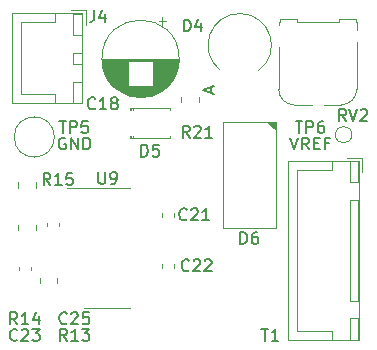
<source format=gbr>
%TF.GenerationSoftware,KiCad,Pcbnew,7.0.9-7.0.9~ubuntu22.04.1*%
%TF.CreationDate,2023-12-14T14:14:35+03:00*%
%TF.ProjectId,main-module,6d61696e-2d6d-46f6-9475-6c652e6b6963,rev?*%
%TF.SameCoordinates,Original*%
%TF.FileFunction,Legend,Top*%
%TF.FilePolarity,Positive*%
%FSLAX46Y46*%
G04 Gerber Fmt 4.6, Leading zero omitted, Abs format (unit mm)*
G04 Created by KiCad (PCBNEW 7.0.9-7.0.9~ubuntu22.04.1) date 2023-12-14 14:14:35*
%MOMM*%
%LPD*%
G01*
G04 APERTURE LIST*
%ADD10C,0.150000*%
%ADD11C,0.120000*%
G04 APERTURE END LIST*
D10*
X166788095Y-87342319D02*
X167359523Y-87342319D01*
X167073809Y-88342319D02*
X167073809Y-87342319D01*
X168216666Y-88342319D02*
X167645238Y-88342319D01*
X167930952Y-88342319D02*
X167930952Y-87342319D01*
X167930952Y-87342319D02*
X167835714Y-87485176D01*
X167835714Y-87485176D02*
X167740476Y-87580414D01*
X167740476Y-87580414D02*
X167645238Y-87628033D01*
X146107142Y-88247080D02*
X146059523Y-88294700D01*
X146059523Y-88294700D02*
X145916666Y-88342319D01*
X145916666Y-88342319D02*
X145821428Y-88342319D01*
X145821428Y-88342319D02*
X145678571Y-88294700D01*
X145678571Y-88294700D02*
X145583333Y-88199461D01*
X145583333Y-88199461D02*
X145535714Y-88104223D01*
X145535714Y-88104223D02*
X145488095Y-87913747D01*
X145488095Y-87913747D02*
X145488095Y-87770890D01*
X145488095Y-87770890D02*
X145535714Y-87580414D01*
X145535714Y-87580414D02*
X145583333Y-87485176D01*
X145583333Y-87485176D02*
X145678571Y-87389938D01*
X145678571Y-87389938D02*
X145821428Y-87342319D01*
X145821428Y-87342319D02*
X145916666Y-87342319D01*
X145916666Y-87342319D02*
X146059523Y-87389938D01*
X146059523Y-87389938D02*
X146107142Y-87437557D01*
X146488095Y-87437557D02*
X146535714Y-87389938D01*
X146535714Y-87389938D02*
X146630952Y-87342319D01*
X146630952Y-87342319D02*
X146869047Y-87342319D01*
X146869047Y-87342319D02*
X146964285Y-87389938D01*
X146964285Y-87389938D02*
X147011904Y-87437557D01*
X147011904Y-87437557D02*
X147059523Y-87532795D01*
X147059523Y-87532795D02*
X147059523Y-87628033D01*
X147059523Y-87628033D02*
X147011904Y-87770890D01*
X147011904Y-87770890D02*
X146440476Y-88342319D01*
X146440476Y-88342319D02*
X147059523Y-88342319D01*
X147392857Y-87342319D02*
X148011904Y-87342319D01*
X148011904Y-87342319D02*
X147678571Y-87723271D01*
X147678571Y-87723271D02*
X147821428Y-87723271D01*
X147821428Y-87723271D02*
X147916666Y-87770890D01*
X147916666Y-87770890D02*
X147964285Y-87818509D01*
X147964285Y-87818509D02*
X148011904Y-87913747D01*
X148011904Y-87913747D02*
X148011904Y-88151842D01*
X148011904Y-88151842D02*
X147964285Y-88247080D01*
X147964285Y-88247080D02*
X147916666Y-88294700D01*
X147916666Y-88294700D02*
X147821428Y-88342319D01*
X147821428Y-88342319D02*
X147535714Y-88342319D01*
X147535714Y-88342319D02*
X147440476Y-88294700D01*
X147440476Y-88294700D02*
X147392857Y-88247080D01*
X160211905Y-62142319D02*
X160211905Y-61142319D01*
X160211905Y-61142319D02*
X160450000Y-61142319D01*
X160450000Y-61142319D02*
X160592857Y-61189938D01*
X160592857Y-61189938D02*
X160688095Y-61285176D01*
X160688095Y-61285176D02*
X160735714Y-61380414D01*
X160735714Y-61380414D02*
X160783333Y-61570890D01*
X160783333Y-61570890D02*
X160783333Y-61713747D01*
X160783333Y-61713747D02*
X160735714Y-61904223D01*
X160735714Y-61904223D02*
X160688095Y-61999461D01*
X160688095Y-61999461D02*
X160592857Y-62094700D01*
X160592857Y-62094700D02*
X160450000Y-62142319D01*
X160450000Y-62142319D02*
X160211905Y-62142319D01*
X161640476Y-61475652D02*
X161640476Y-62142319D01*
X161402381Y-61094700D02*
X161164286Y-61808985D01*
X161164286Y-61808985D02*
X161783333Y-61808985D01*
X162519104Y-67363094D02*
X162519104Y-66886904D01*
X162804819Y-67458332D02*
X161804819Y-67124999D01*
X161804819Y-67124999D02*
X162804819Y-66791666D01*
X173954761Y-69742319D02*
X173621428Y-69266128D01*
X173383333Y-69742319D02*
X173383333Y-68742319D01*
X173383333Y-68742319D02*
X173764285Y-68742319D01*
X173764285Y-68742319D02*
X173859523Y-68789938D01*
X173859523Y-68789938D02*
X173907142Y-68837557D01*
X173907142Y-68837557D02*
X173954761Y-68932795D01*
X173954761Y-68932795D02*
X173954761Y-69075652D01*
X173954761Y-69075652D02*
X173907142Y-69170890D01*
X173907142Y-69170890D02*
X173859523Y-69218509D01*
X173859523Y-69218509D02*
X173764285Y-69266128D01*
X173764285Y-69266128D02*
X173383333Y-69266128D01*
X174240476Y-68742319D02*
X174573809Y-69742319D01*
X174573809Y-69742319D02*
X174907142Y-68742319D01*
X175192857Y-68837557D02*
X175240476Y-68789938D01*
X175240476Y-68789938D02*
X175335714Y-68742319D01*
X175335714Y-68742319D02*
X175573809Y-68742319D01*
X175573809Y-68742319D02*
X175669047Y-68789938D01*
X175669047Y-68789938D02*
X175716666Y-68837557D01*
X175716666Y-68837557D02*
X175764285Y-68932795D01*
X175764285Y-68932795D02*
X175764285Y-69028033D01*
X175764285Y-69028033D02*
X175716666Y-69170890D01*
X175716666Y-69170890D02*
X175145238Y-69742319D01*
X175145238Y-69742319D02*
X175764285Y-69742319D01*
X146107142Y-86942319D02*
X145773809Y-86466128D01*
X145535714Y-86942319D02*
X145535714Y-85942319D01*
X145535714Y-85942319D02*
X145916666Y-85942319D01*
X145916666Y-85942319D02*
X146011904Y-85989938D01*
X146011904Y-85989938D02*
X146059523Y-86037557D01*
X146059523Y-86037557D02*
X146107142Y-86132795D01*
X146107142Y-86132795D02*
X146107142Y-86275652D01*
X146107142Y-86275652D02*
X146059523Y-86370890D01*
X146059523Y-86370890D02*
X146011904Y-86418509D01*
X146011904Y-86418509D02*
X145916666Y-86466128D01*
X145916666Y-86466128D02*
X145535714Y-86466128D01*
X147059523Y-86942319D02*
X146488095Y-86942319D01*
X146773809Y-86942319D02*
X146773809Y-85942319D01*
X146773809Y-85942319D02*
X146678571Y-86085176D01*
X146678571Y-86085176D02*
X146583333Y-86180414D01*
X146583333Y-86180414D02*
X146488095Y-86228033D01*
X147916666Y-86275652D02*
X147916666Y-86942319D01*
X147678571Y-85894700D02*
X147440476Y-86608985D01*
X147440476Y-86608985D02*
X148059523Y-86608985D01*
X152707142Y-68647080D02*
X152659523Y-68694700D01*
X152659523Y-68694700D02*
X152516666Y-68742319D01*
X152516666Y-68742319D02*
X152421428Y-68742319D01*
X152421428Y-68742319D02*
X152278571Y-68694700D01*
X152278571Y-68694700D02*
X152183333Y-68599461D01*
X152183333Y-68599461D02*
X152135714Y-68504223D01*
X152135714Y-68504223D02*
X152088095Y-68313747D01*
X152088095Y-68313747D02*
X152088095Y-68170890D01*
X152088095Y-68170890D02*
X152135714Y-67980414D01*
X152135714Y-67980414D02*
X152183333Y-67885176D01*
X152183333Y-67885176D02*
X152278571Y-67789938D01*
X152278571Y-67789938D02*
X152421428Y-67742319D01*
X152421428Y-67742319D02*
X152516666Y-67742319D01*
X152516666Y-67742319D02*
X152659523Y-67789938D01*
X152659523Y-67789938D02*
X152707142Y-67837557D01*
X153659523Y-68742319D02*
X153088095Y-68742319D01*
X153373809Y-68742319D02*
X153373809Y-67742319D01*
X153373809Y-67742319D02*
X153278571Y-67885176D01*
X153278571Y-67885176D02*
X153183333Y-67980414D01*
X153183333Y-67980414D02*
X153088095Y-68028033D01*
X154230952Y-68170890D02*
X154135714Y-68123271D01*
X154135714Y-68123271D02*
X154088095Y-68075652D01*
X154088095Y-68075652D02*
X154040476Y-67980414D01*
X154040476Y-67980414D02*
X154040476Y-67932795D01*
X154040476Y-67932795D02*
X154088095Y-67837557D01*
X154088095Y-67837557D02*
X154135714Y-67789938D01*
X154135714Y-67789938D02*
X154230952Y-67742319D01*
X154230952Y-67742319D02*
X154421428Y-67742319D01*
X154421428Y-67742319D02*
X154516666Y-67789938D01*
X154516666Y-67789938D02*
X154564285Y-67837557D01*
X154564285Y-67837557D02*
X154611904Y-67932795D01*
X154611904Y-67932795D02*
X154611904Y-67980414D01*
X154611904Y-67980414D02*
X154564285Y-68075652D01*
X154564285Y-68075652D02*
X154516666Y-68123271D01*
X154516666Y-68123271D02*
X154421428Y-68170890D01*
X154421428Y-68170890D02*
X154230952Y-68170890D01*
X154230952Y-68170890D02*
X154135714Y-68218509D01*
X154135714Y-68218509D02*
X154088095Y-68266128D01*
X154088095Y-68266128D02*
X154040476Y-68361366D01*
X154040476Y-68361366D02*
X154040476Y-68551842D01*
X154040476Y-68551842D02*
X154088095Y-68647080D01*
X154088095Y-68647080D02*
X154135714Y-68694700D01*
X154135714Y-68694700D02*
X154230952Y-68742319D01*
X154230952Y-68742319D02*
X154421428Y-68742319D01*
X154421428Y-68742319D02*
X154516666Y-68694700D01*
X154516666Y-68694700D02*
X154564285Y-68647080D01*
X154564285Y-68647080D02*
X154611904Y-68551842D01*
X154611904Y-68551842D02*
X154611904Y-68361366D01*
X154611904Y-68361366D02*
X154564285Y-68266128D01*
X154564285Y-68266128D02*
X154516666Y-68218509D01*
X154516666Y-68218509D02*
X154421428Y-68170890D01*
X150307142Y-86847080D02*
X150259523Y-86894700D01*
X150259523Y-86894700D02*
X150116666Y-86942319D01*
X150116666Y-86942319D02*
X150021428Y-86942319D01*
X150021428Y-86942319D02*
X149878571Y-86894700D01*
X149878571Y-86894700D02*
X149783333Y-86799461D01*
X149783333Y-86799461D02*
X149735714Y-86704223D01*
X149735714Y-86704223D02*
X149688095Y-86513747D01*
X149688095Y-86513747D02*
X149688095Y-86370890D01*
X149688095Y-86370890D02*
X149735714Y-86180414D01*
X149735714Y-86180414D02*
X149783333Y-86085176D01*
X149783333Y-86085176D02*
X149878571Y-85989938D01*
X149878571Y-85989938D02*
X150021428Y-85942319D01*
X150021428Y-85942319D02*
X150116666Y-85942319D01*
X150116666Y-85942319D02*
X150259523Y-85989938D01*
X150259523Y-85989938D02*
X150307142Y-86037557D01*
X150688095Y-86037557D02*
X150735714Y-85989938D01*
X150735714Y-85989938D02*
X150830952Y-85942319D01*
X150830952Y-85942319D02*
X151069047Y-85942319D01*
X151069047Y-85942319D02*
X151164285Y-85989938D01*
X151164285Y-85989938D02*
X151211904Y-86037557D01*
X151211904Y-86037557D02*
X151259523Y-86132795D01*
X151259523Y-86132795D02*
X151259523Y-86228033D01*
X151259523Y-86228033D02*
X151211904Y-86370890D01*
X151211904Y-86370890D02*
X150640476Y-86942319D01*
X150640476Y-86942319D02*
X151259523Y-86942319D01*
X152164285Y-85942319D02*
X151688095Y-85942319D01*
X151688095Y-85942319D02*
X151640476Y-86418509D01*
X151640476Y-86418509D02*
X151688095Y-86370890D01*
X151688095Y-86370890D02*
X151783333Y-86323271D01*
X151783333Y-86323271D02*
X152021428Y-86323271D01*
X152021428Y-86323271D02*
X152116666Y-86370890D01*
X152116666Y-86370890D02*
X152164285Y-86418509D01*
X152164285Y-86418509D02*
X152211904Y-86513747D01*
X152211904Y-86513747D02*
X152211904Y-86751842D01*
X152211904Y-86751842D02*
X152164285Y-86847080D01*
X152164285Y-86847080D02*
X152116666Y-86894700D01*
X152116666Y-86894700D02*
X152021428Y-86942319D01*
X152021428Y-86942319D02*
X151783333Y-86942319D01*
X151783333Y-86942319D02*
X151688095Y-86894700D01*
X151688095Y-86894700D02*
X151640476Y-86847080D01*
X160707142Y-71142319D02*
X160373809Y-70666128D01*
X160135714Y-71142319D02*
X160135714Y-70142319D01*
X160135714Y-70142319D02*
X160516666Y-70142319D01*
X160516666Y-70142319D02*
X160611904Y-70189938D01*
X160611904Y-70189938D02*
X160659523Y-70237557D01*
X160659523Y-70237557D02*
X160707142Y-70332795D01*
X160707142Y-70332795D02*
X160707142Y-70475652D01*
X160707142Y-70475652D02*
X160659523Y-70570890D01*
X160659523Y-70570890D02*
X160611904Y-70618509D01*
X160611904Y-70618509D02*
X160516666Y-70666128D01*
X160516666Y-70666128D02*
X160135714Y-70666128D01*
X161088095Y-70237557D02*
X161135714Y-70189938D01*
X161135714Y-70189938D02*
X161230952Y-70142319D01*
X161230952Y-70142319D02*
X161469047Y-70142319D01*
X161469047Y-70142319D02*
X161564285Y-70189938D01*
X161564285Y-70189938D02*
X161611904Y-70237557D01*
X161611904Y-70237557D02*
X161659523Y-70332795D01*
X161659523Y-70332795D02*
X161659523Y-70428033D01*
X161659523Y-70428033D02*
X161611904Y-70570890D01*
X161611904Y-70570890D02*
X161040476Y-71142319D01*
X161040476Y-71142319D02*
X161659523Y-71142319D01*
X162611904Y-71142319D02*
X162040476Y-71142319D01*
X162326190Y-71142319D02*
X162326190Y-70142319D01*
X162326190Y-70142319D02*
X162230952Y-70285176D01*
X162230952Y-70285176D02*
X162135714Y-70380414D01*
X162135714Y-70380414D02*
X162040476Y-70428033D01*
X148907142Y-75142319D02*
X148573809Y-74666128D01*
X148335714Y-75142319D02*
X148335714Y-74142319D01*
X148335714Y-74142319D02*
X148716666Y-74142319D01*
X148716666Y-74142319D02*
X148811904Y-74189938D01*
X148811904Y-74189938D02*
X148859523Y-74237557D01*
X148859523Y-74237557D02*
X148907142Y-74332795D01*
X148907142Y-74332795D02*
X148907142Y-74475652D01*
X148907142Y-74475652D02*
X148859523Y-74570890D01*
X148859523Y-74570890D02*
X148811904Y-74618509D01*
X148811904Y-74618509D02*
X148716666Y-74666128D01*
X148716666Y-74666128D02*
X148335714Y-74666128D01*
X149859523Y-75142319D02*
X149288095Y-75142319D01*
X149573809Y-75142319D02*
X149573809Y-74142319D01*
X149573809Y-74142319D02*
X149478571Y-74285176D01*
X149478571Y-74285176D02*
X149383333Y-74380414D01*
X149383333Y-74380414D02*
X149288095Y-74428033D01*
X150764285Y-74142319D02*
X150288095Y-74142319D01*
X150288095Y-74142319D02*
X150240476Y-74618509D01*
X150240476Y-74618509D02*
X150288095Y-74570890D01*
X150288095Y-74570890D02*
X150383333Y-74523271D01*
X150383333Y-74523271D02*
X150621428Y-74523271D01*
X150621428Y-74523271D02*
X150716666Y-74570890D01*
X150716666Y-74570890D02*
X150764285Y-74618509D01*
X150764285Y-74618509D02*
X150811904Y-74713747D01*
X150811904Y-74713747D02*
X150811904Y-74951842D01*
X150811904Y-74951842D02*
X150764285Y-75047080D01*
X150764285Y-75047080D02*
X150716666Y-75094700D01*
X150716666Y-75094700D02*
X150621428Y-75142319D01*
X150621428Y-75142319D02*
X150383333Y-75142319D01*
X150383333Y-75142319D02*
X150288095Y-75094700D01*
X150288095Y-75094700D02*
X150240476Y-75047080D01*
X160657142Y-82359580D02*
X160609523Y-82407200D01*
X160609523Y-82407200D02*
X160466666Y-82454819D01*
X160466666Y-82454819D02*
X160371428Y-82454819D01*
X160371428Y-82454819D02*
X160228571Y-82407200D01*
X160228571Y-82407200D02*
X160133333Y-82311961D01*
X160133333Y-82311961D02*
X160085714Y-82216723D01*
X160085714Y-82216723D02*
X160038095Y-82026247D01*
X160038095Y-82026247D02*
X160038095Y-81883390D01*
X160038095Y-81883390D02*
X160085714Y-81692914D01*
X160085714Y-81692914D02*
X160133333Y-81597676D01*
X160133333Y-81597676D02*
X160228571Y-81502438D01*
X160228571Y-81502438D02*
X160371428Y-81454819D01*
X160371428Y-81454819D02*
X160466666Y-81454819D01*
X160466666Y-81454819D02*
X160609523Y-81502438D01*
X160609523Y-81502438D02*
X160657142Y-81550057D01*
X161038095Y-81550057D02*
X161085714Y-81502438D01*
X161085714Y-81502438D02*
X161180952Y-81454819D01*
X161180952Y-81454819D02*
X161419047Y-81454819D01*
X161419047Y-81454819D02*
X161514285Y-81502438D01*
X161514285Y-81502438D02*
X161561904Y-81550057D01*
X161561904Y-81550057D02*
X161609523Y-81645295D01*
X161609523Y-81645295D02*
X161609523Y-81740533D01*
X161609523Y-81740533D02*
X161561904Y-81883390D01*
X161561904Y-81883390D02*
X160990476Y-82454819D01*
X160990476Y-82454819D02*
X161609523Y-82454819D01*
X161990476Y-81550057D02*
X162038095Y-81502438D01*
X162038095Y-81502438D02*
X162133333Y-81454819D01*
X162133333Y-81454819D02*
X162371428Y-81454819D01*
X162371428Y-81454819D02*
X162466666Y-81502438D01*
X162466666Y-81502438D02*
X162514285Y-81550057D01*
X162514285Y-81550057D02*
X162561904Y-81645295D01*
X162561904Y-81645295D02*
X162561904Y-81740533D01*
X162561904Y-81740533D02*
X162514285Y-81883390D01*
X162514285Y-81883390D02*
X161942857Y-82454819D01*
X161942857Y-82454819D02*
X162561904Y-82454819D01*
X169688095Y-69742319D02*
X170259523Y-69742319D01*
X169973809Y-70742319D02*
X169973809Y-69742319D01*
X170592857Y-70742319D02*
X170592857Y-69742319D01*
X170592857Y-69742319D02*
X170973809Y-69742319D01*
X170973809Y-69742319D02*
X171069047Y-69789938D01*
X171069047Y-69789938D02*
X171116666Y-69837557D01*
X171116666Y-69837557D02*
X171164285Y-69932795D01*
X171164285Y-69932795D02*
X171164285Y-70075652D01*
X171164285Y-70075652D02*
X171116666Y-70170890D01*
X171116666Y-70170890D02*
X171069047Y-70218509D01*
X171069047Y-70218509D02*
X170973809Y-70266128D01*
X170973809Y-70266128D02*
X170592857Y-70266128D01*
X172021428Y-69742319D02*
X171830952Y-69742319D01*
X171830952Y-69742319D02*
X171735714Y-69789938D01*
X171735714Y-69789938D02*
X171688095Y-69837557D01*
X171688095Y-69837557D02*
X171592857Y-69980414D01*
X171592857Y-69980414D02*
X171545238Y-70170890D01*
X171545238Y-70170890D02*
X171545238Y-70551842D01*
X171545238Y-70551842D02*
X171592857Y-70647080D01*
X171592857Y-70647080D02*
X171640476Y-70694700D01*
X171640476Y-70694700D02*
X171735714Y-70742319D01*
X171735714Y-70742319D02*
X171926190Y-70742319D01*
X171926190Y-70742319D02*
X172021428Y-70694700D01*
X172021428Y-70694700D02*
X172069047Y-70647080D01*
X172069047Y-70647080D02*
X172116666Y-70551842D01*
X172116666Y-70551842D02*
X172116666Y-70313747D01*
X172116666Y-70313747D02*
X172069047Y-70218509D01*
X172069047Y-70218509D02*
X172021428Y-70170890D01*
X172021428Y-70170890D02*
X171926190Y-70123271D01*
X171926190Y-70123271D02*
X171735714Y-70123271D01*
X171735714Y-70123271D02*
X171640476Y-70170890D01*
X171640476Y-70170890D02*
X171592857Y-70218509D01*
X171592857Y-70218509D02*
X171545238Y-70313747D01*
X169235714Y-71142319D02*
X169569047Y-72142319D01*
X169569047Y-72142319D02*
X169902380Y-71142319D01*
X170807142Y-72142319D02*
X170473809Y-71666128D01*
X170235714Y-72142319D02*
X170235714Y-71142319D01*
X170235714Y-71142319D02*
X170616666Y-71142319D01*
X170616666Y-71142319D02*
X170711904Y-71189938D01*
X170711904Y-71189938D02*
X170759523Y-71237557D01*
X170759523Y-71237557D02*
X170807142Y-71332795D01*
X170807142Y-71332795D02*
X170807142Y-71475652D01*
X170807142Y-71475652D02*
X170759523Y-71570890D01*
X170759523Y-71570890D02*
X170711904Y-71618509D01*
X170711904Y-71618509D02*
X170616666Y-71666128D01*
X170616666Y-71666128D02*
X170235714Y-71666128D01*
X171235714Y-71618509D02*
X171569047Y-71618509D01*
X171711904Y-72142319D02*
X171235714Y-72142319D01*
X171235714Y-72142319D02*
X171235714Y-71142319D01*
X171235714Y-71142319D02*
X171711904Y-71142319D01*
X172473809Y-71618509D02*
X172140476Y-71618509D01*
X172140476Y-72142319D02*
X172140476Y-71142319D01*
X172140476Y-71142319D02*
X172616666Y-71142319D01*
X149688095Y-69742319D02*
X150259523Y-69742319D01*
X149973809Y-70742319D02*
X149973809Y-69742319D01*
X150592857Y-70742319D02*
X150592857Y-69742319D01*
X150592857Y-69742319D02*
X150973809Y-69742319D01*
X150973809Y-69742319D02*
X151069047Y-69789938D01*
X151069047Y-69789938D02*
X151116666Y-69837557D01*
X151116666Y-69837557D02*
X151164285Y-69932795D01*
X151164285Y-69932795D02*
X151164285Y-70075652D01*
X151164285Y-70075652D02*
X151116666Y-70170890D01*
X151116666Y-70170890D02*
X151069047Y-70218509D01*
X151069047Y-70218509D02*
X150973809Y-70266128D01*
X150973809Y-70266128D02*
X150592857Y-70266128D01*
X152069047Y-69742319D02*
X151592857Y-69742319D01*
X151592857Y-69742319D02*
X151545238Y-70218509D01*
X151545238Y-70218509D02*
X151592857Y-70170890D01*
X151592857Y-70170890D02*
X151688095Y-70123271D01*
X151688095Y-70123271D02*
X151926190Y-70123271D01*
X151926190Y-70123271D02*
X152021428Y-70170890D01*
X152021428Y-70170890D02*
X152069047Y-70218509D01*
X152069047Y-70218509D02*
X152116666Y-70313747D01*
X152116666Y-70313747D02*
X152116666Y-70551842D01*
X152116666Y-70551842D02*
X152069047Y-70647080D01*
X152069047Y-70647080D02*
X152021428Y-70694700D01*
X152021428Y-70694700D02*
X151926190Y-70742319D01*
X151926190Y-70742319D02*
X151688095Y-70742319D01*
X151688095Y-70742319D02*
X151592857Y-70694700D01*
X151592857Y-70694700D02*
X151545238Y-70647080D01*
X150188095Y-71189938D02*
X150092857Y-71142319D01*
X150092857Y-71142319D02*
X149950000Y-71142319D01*
X149950000Y-71142319D02*
X149807143Y-71189938D01*
X149807143Y-71189938D02*
X149711905Y-71285176D01*
X149711905Y-71285176D02*
X149664286Y-71380414D01*
X149664286Y-71380414D02*
X149616667Y-71570890D01*
X149616667Y-71570890D02*
X149616667Y-71713747D01*
X149616667Y-71713747D02*
X149664286Y-71904223D01*
X149664286Y-71904223D02*
X149711905Y-71999461D01*
X149711905Y-71999461D02*
X149807143Y-72094700D01*
X149807143Y-72094700D02*
X149950000Y-72142319D01*
X149950000Y-72142319D02*
X150045238Y-72142319D01*
X150045238Y-72142319D02*
X150188095Y-72094700D01*
X150188095Y-72094700D02*
X150235714Y-72047080D01*
X150235714Y-72047080D02*
X150235714Y-71713747D01*
X150235714Y-71713747D02*
X150045238Y-71713747D01*
X150664286Y-72142319D02*
X150664286Y-71142319D01*
X150664286Y-71142319D02*
X151235714Y-72142319D01*
X151235714Y-72142319D02*
X151235714Y-71142319D01*
X151711905Y-72142319D02*
X151711905Y-71142319D01*
X151711905Y-71142319D02*
X151950000Y-71142319D01*
X151950000Y-71142319D02*
X152092857Y-71189938D01*
X152092857Y-71189938D02*
X152188095Y-71285176D01*
X152188095Y-71285176D02*
X152235714Y-71380414D01*
X152235714Y-71380414D02*
X152283333Y-71570890D01*
X152283333Y-71570890D02*
X152283333Y-71713747D01*
X152283333Y-71713747D02*
X152235714Y-71904223D01*
X152235714Y-71904223D02*
X152188095Y-71999461D01*
X152188095Y-71999461D02*
X152092857Y-72094700D01*
X152092857Y-72094700D02*
X151950000Y-72142319D01*
X151950000Y-72142319D02*
X151711905Y-72142319D01*
X160457142Y-78047080D02*
X160409523Y-78094700D01*
X160409523Y-78094700D02*
X160266666Y-78142319D01*
X160266666Y-78142319D02*
X160171428Y-78142319D01*
X160171428Y-78142319D02*
X160028571Y-78094700D01*
X160028571Y-78094700D02*
X159933333Y-77999461D01*
X159933333Y-77999461D02*
X159885714Y-77904223D01*
X159885714Y-77904223D02*
X159838095Y-77713747D01*
X159838095Y-77713747D02*
X159838095Y-77570890D01*
X159838095Y-77570890D02*
X159885714Y-77380414D01*
X159885714Y-77380414D02*
X159933333Y-77285176D01*
X159933333Y-77285176D02*
X160028571Y-77189938D01*
X160028571Y-77189938D02*
X160171428Y-77142319D01*
X160171428Y-77142319D02*
X160266666Y-77142319D01*
X160266666Y-77142319D02*
X160409523Y-77189938D01*
X160409523Y-77189938D02*
X160457142Y-77237557D01*
X160838095Y-77237557D02*
X160885714Y-77189938D01*
X160885714Y-77189938D02*
X160980952Y-77142319D01*
X160980952Y-77142319D02*
X161219047Y-77142319D01*
X161219047Y-77142319D02*
X161314285Y-77189938D01*
X161314285Y-77189938D02*
X161361904Y-77237557D01*
X161361904Y-77237557D02*
X161409523Y-77332795D01*
X161409523Y-77332795D02*
X161409523Y-77428033D01*
X161409523Y-77428033D02*
X161361904Y-77570890D01*
X161361904Y-77570890D02*
X160790476Y-78142319D01*
X160790476Y-78142319D02*
X161409523Y-78142319D01*
X162361904Y-78142319D02*
X161790476Y-78142319D01*
X162076190Y-78142319D02*
X162076190Y-77142319D01*
X162076190Y-77142319D02*
X161980952Y-77285176D01*
X161980952Y-77285176D02*
X161885714Y-77380414D01*
X161885714Y-77380414D02*
X161790476Y-77428033D01*
X156611905Y-72742319D02*
X156611905Y-71742319D01*
X156611905Y-71742319D02*
X156850000Y-71742319D01*
X156850000Y-71742319D02*
X156992857Y-71789938D01*
X156992857Y-71789938D02*
X157088095Y-71885176D01*
X157088095Y-71885176D02*
X157135714Y-71980414D01*
X157135714Y-71980414D02*
X157183333Y-72170890D01*
X157183333Y-72170890D02*
X157183333Y-72313747D01*
X157183333Y-72313747D02*
X157135714Y-72504223D01*
X157135714Y-72504223D02*
X157088095Y-72599461D01*
X157088095Y-72599461D02*
X156992857Y-72694700D01*
X156992857Y-72694700D02*
X156850000Y-72742319D01*
X156850000Y-72742319D02*
X156611905Y-72742319D01*
X158088095Y-71742319D02*
X157611905Y-71742319D01*
X157611905Y-71742319D02*
X157564286Y-72218509D01*
X157564286Y-72218509D02*
X157611905Y-72170890D01*
X157611905Y-72170890D02*
X157707143Y-72123271D01*
X157707143Y-72123271D02*
X157945238Y-72123271D01*
X157945238Y-72123271D02*
X158040476Y-72170890D01*
X158040476Y-72170890D02*
X158088095Y-72218509D01*
X158088095Y-72218509D02*
X158135714Y-72313747D01*
X158135714Y-72313747D02*
X158135714Y-72551842D01*
X158135714Y-72551842D02*
X158088095Y-72647080D01*
X158088095Y-72647080D02*
X158040476Y-72694700D01*
X158040476Y-72694700D02*
X157945238Y-72742319D01*
X157945238Y-72742319D02*
X157707143Y-72742319D01*
X157707143Y-72742319D02*
X157611905Y-72694700D01*
X157611905Y-72694700D02*
X157564286Y-72647080D01*
X165011905Y-80142319D02*
X165011905Y-79142319D01*
X165011905Y-79142319D02*
X165250000Y-79142319D01*
X165250000Y-79142319D02*
X165392857Y-79189938D01*
X165392857Y-79189938D02*
X165488095Y-79285176D01*
X165488095Y-79285176D02*
X165535714Y-79380414D01*
X165535714Y-79380414D02*
X165583333Y-79570890D01*
X165583333Y-79570890D02*
X165583333Y-79713747D01*
X165583333Y-79713747D02*
X165535714Y-79904223D01*
X165535714Y-79904223D02*
X165488095Y-79999461D01*
X165488095Y-79999461D02*
X165392857Y-80094700D01*
X165392857Y-80094700D02*
X165250000Y-80142319D01*
X165250000Y-80142319D02*
X165011905Y-80142319D01*
X166440476Y-79142319D02*
X166250000Y-79142319D01*
X166250000Y-79142319D02*
X166154762Y-79189938D01*
X166154762Y-79189938D02*
X166107143Y-79237557D01*
X166107143Y-79237557D02*
X166011905Y-79380414D01*
X166011905Y-79380414D02*
X165964286Y-79570890D01*
X165964286Y-79570890D02*
X165964286Y-79951842D01*
X165964286Y-79951842D02*
X166011905Y-80047080D01*
X166011905Y-80047080D02*
X166059524Y-80094700D01*
X166059524Y-80094700D02*
X166154762Y-80142319D01*
X166154762Y-80142319D02*
X166345238Y-80142319D01*
X166345238Y-80142319D02*
X166440476Y-80094700D01*
X166440476Y-80094700D02*
X166488095Y-80047080D01*
X166488095Y-80047080D02*
X166535714Y-79951842D01*
X166535714Y-79951842D02*
X166535714Y-79713747D01*
X166535714Y-79713747D02*
X166488095Y-79618509D01*
X166488095Y-79618509D02*
X166440476Y-79570890D01*
X166440476Y-79570890D02*
X166345238Y-79523271D01*
X166345238Y-79523271D02*
X166154762Y-79523271D01*
X166154762Y-79523271D02*
X166059524Y-79570890D01*
X166059524Y-79570890D02*
X166011905Y-79618509D01*
X166011905Y-79618509D02*
X165964286Y-79713747D01*
X152988095Y-74054819D02*
X152988095Y-74864342D01*
X152988095Y-74864342D02*
X153035714Y-74959580D01*
X153035714Y-74959580D02*
X153083333Y-75007200D01*
X153083333Y-75007200D02*
X153178571Y-75054819D01*
X153178571Y-75054819D02*
X153369047Y-75054819D01*
X153369047Y-75054819D02*
X153464285Y-75007200D01*
X153464285Y-75007200D02*
X153511904Y-74959580D01*
X153511904Y-74959580D02*
X153559523Y-74864342D01*
X153559523Y-74864342D02*
X153559523Y-74054819D01*
X154083333Y-75054819D02*
X154273809Y-75054819D01*
X154273809Y-75054819D02*
X154369047Y-75007200D01*
X154369047Y-75007200D02*
X154416666Y-74959580D01*
X154416666Y-74959580D02*
X154511904Y-74816723D01*
X154511904Y-74816723D02*
X154559523Y-74626247D01*
X154559523Y-74626247D02*
X154559523Y-74245295D01*
X154559523Y-74245295D02*
X154511904Y-74150057D01*
X154511904Y-74150057D02*
X154464285Y-74102438D01*
X154464285Y-74102438D02*
X154369047Y-74054819D01*
X154369047Y-74054819D02*
X154178571Y-74054819D01*
X154178571Y-74054819D02*
X154083333Y-74102438D01*
X154083333Y-74102438D02*
X154035714Y-74150057D01*
X154035714Y-74150057D02*
X153988095Y-74245295D01*
X153988095Y-74245295D02*
X153988095Y-74483390D01*
X153988095Y-74483390D02*
X154035714Y-74578628D01*
X154035714Y-74578628D02*
X154083333Y-74626247D01*
X154083333Y-74626247D02*
X154178571Y-74673866D01*
X154178571Y-74673866D02*
X154369047Y-74673866D01*
X154369047Y-74673866D02*
X154464285Y-74626247D01*
X154464285Y-74626247D02*
X154511904Y-74578628D01*
X154511904Y-74578628D02*
X154559523Y-74483390D01*
X150307142Y-88342319D02*
X149973809Y-87866128D01*
X149735714Y-88342319D02*
X149735714Y-87342319D01*
X149735714Y-87342319D02*
X150116666Y-87342319D01*
X150116666Y-87342319D02*
X150211904Y-87389938D01*
X150211904Y-87389938D02*
X150259523Y-87437557D01*
X150259523Y-87437557D02*
X150307142Y-87532795D01*
X150307142Y-87532795D02*
X150307142Y-87675652D01*
X150307142Y-87675652D02*
X150259523Y-87770890D01*
X150259523Y-87770890D02*
X150211904Y-87818509D01*
X150211904Y-87818509D02*
X150116666Y-87866128D01*
X150116666Y-87866128D02*
X149735714Y-87866128D01*
X151259523Y-88342319D02*
X150688095Y-88342319D01*
X150973809Y-88342319D02*
X150973809Y-87342319D01*
X150973809Y-87342319D02*
X150878571Y-87485176D01*
X150878571Y-87485176D02*
X150783333Y-87580414D01*
X150783333Y-87580414D02*
X150688095Y-87628033D01*
X151592857Y-87342319D02*
X152211904Y-87342319D01*
X152211904Y-87342319D02*
X151878571Y-87723271D01*
X151878571Y-87723271D02*
X152021428Y-87723271D01*
X152021428Y-87723271D02*
X152116666Y-87770890D01*
X152116666Y-87770890D02*
X152164285Y-87818509D01*
X152164285Y-87818509D02*
X152211904Y-87913747D01*
X152211904Y-87913747D02*
X152211904Y-88151842D01*
X152211904Y-88151842D02*
X152164285Y-88247080D01*
X152164285Y-88247080D02*
X152116666Y-88294700D01*
X152116666Y-88294700D02*
X152021428Y-88342319D01*
X152021428Y-88342319D02*
X151735714Y-88342319D01*
X151735714Y-88342319D02*
X151640476Y-88294700D01*
X151640476Y-88294700D02*
X151592857Y-88247080D01*
X152616666Y-60342319D02*
X152616666Y-61056604D01*
X152616666Y-61056604D02*
X152569047Y-61199461D01*
X152569047Y-61199461D02*
X152473809Y-61294700D01*
X152473809Y-61294700D02*
X152330952Y-61342319D01*
X152330952Y-61342319D02*
X152235714Y-61342319D01*
X153521428Y-60675652D02*
X153521428Y-61342319D01*
X153283333Y-60294700D02*
X153045238Y-61008985D01*
X153045238Y-61008985D02*
X153664285Y-61008985D01*
D11*
%TO.C,T1*%
X175300000Y-72837500D02*
X174050000Y-72837500D01*
X175010000Y-73127500D02*
X169040000Y-73127500D01*
X169040000Y-73127500D02*
X169040000Y-88247500D01*
X175000000Y-73137500D02*
X174250000Y-73137500D01*
X174250000Y-73137500D02*
X174250000Y-74937500D01*
X172750000Y-73137500D02*
X172750000Y-73887500D01*
X172750000Y-73887500D02*
X169800000Y-73887500D01*
X169800000Y-73887500D02*
X169800000Y-80687500D01*
X175300000Y-74087500D02*
X175300000Y-72837500D01*
X175000000Y-74937500D02*
X175000000Y-73137500D01*
X174250000Y-74937500D02*
X175000000Y-74937500D01*
X175000000Y-76437500D02*
X174250000Y-76437500D01*
X174250000Y-76437500D02*
X174250000Y-84937500D01*
X175000000Y-84937500D02*
X175000000Y-76437500D01*
X174250000Y-84937500D02*
X175000000Y-84937500D01*
X175000000Y-86437500D02*
X174250000Y-86437500D01*
X174250000Y-86437500D02*
X174250000Y-88237500D01*
X172750000Y-87487500D02*
X169800000Y-87487500D01*
X169800000Y-87487500D02*
X169800000Y-80687500D01*
X175000000Y-88237500D02*
X175000000Y-86437500D01*
X174250000Y-88237500D02*
X175000000Y-88237500D01*
X172750000Y-88237500D02*
X172750000Y-87487500D01*
X175010000Y-88247500D02*
X175010000Y-73127500D01*
X169040000Y-88247500D02*
X175010000Y-88247500D01*
%TO.C,C23*%
X147260000Y-82109420D02*
X147260000Y-82390580D01*
X146240000Y-82109420D02*
X146240000Y-82390580D01*
%TO.C,D4*%
X166550000Y-65469716D02*
G75*
G03*
X163274614Y-65411636I-1600000J2154716D01*
G01*
%TO.C,RV2*%
X168240000Y-61337500D02*
X168240000Y-61587500D01*
X168240000Y-67047500D02*
X168240000Y-63507500D01*
X168340000Y-61137500D02*
X168340000Y-61337500D01*
X168340000Y-61137500D02*
X169760000Y-61137500D01*
X168340000Y-61337500D02*
X168240000Y-61337500D01*
X169760000Y-61337500D02*
X169760000Y-61137500D01*
X169760000Y-61337500D02*
X173340000Y-61337500D01*
X171040000Y-68357500D02*
X169550000Y-68357500D01*
X173340000Y-61137500D02*
X174760000Y-61137500D01*
X173340000Y-61337500D02*
X173340000Y-61137500D01*
X173550000Y-68357500D02*
X172060000Y-68357500D01*
X174760000Y-61137500D02*
X174760000Y-61337500D01*
X174760000Y-61337500D02*
X174860000Y-61337500D01*
X174860000Y-61337500D02*
X174860000Y-62027500D01*
X174860000Y-63067500D02*
X174860000Y-67047500D01*
X168240000Y-67047500D02*
G75*
G03*
X169550000Y-68357500I1310000J0D01*
G01*
X173550000Y-68357500D02*
G75*
G03*
X174860000Y-67047500I0J1310000D01*
G01*
%TO.C,R14*%
X147685000Y-78497936D02*
X147685000Y-78952064D01*
X146215000Y-78497936D02*
X146215000Y-78952064D01*
%TO.C,C18*%
X158389000Y-60954880D02*
X158389000Y-61584880D01*
X158704000Y-61269880D02*
X158074000Y-61269880D01*
X159780000Y-64455121D02*
X153320000Y-64455121D01*
X159780000Y-64495121D02*
X153320000Y-64495121D01*
X159780000Y-64535121D02*
X153320000Y-64535121D01*
X159778000Y-64575121D02*
X153322000Y-64575121D01*
X159777000Y-64615121D02*
X153323000Y-64615121D01*
X159774000Y-64655121D02*
X153326000Y-64655121D01*
X159772000Y-64695121D02*
X157590000Y-64695121D01*
X155510000Y-64695121D02*
X153328000Y-64695121D01*
X159768000Y-64735121D02*
X157590000Y-64735121D01*
X155510000Y-64735121D02*
X153332000Y-64735121D01*
X159765000Y-64775121D02*
X157590000Y-64775121D01*
X155510000Y-64775121D02*
X153335000Y-64775121D01*
X159761000Y-64815121D02*
X157590000Y-64815121D01*
X155510000Y-64815121D02*
X153339000Y-64815121D01*
X159756000Y-64855121D02*
X157590000Y-64855121D01*
X155510000Y-64855121D02*
X153344000Y-64855121D01*
X159751000Y-64895121D02*
X157590000Y-64895121D01*
X155510000Y-64895121D02*
X153349000Y-64895121D01*
X159745000Y-64935121D02*
X157590000Y-64935121D01*
X155510000Y-64935121D02*
X153355000Y-64935121D01*
X159739000Y-64975121D02*
X157590000Y-64975121D01*
X155510000Y-64975121D02*
X153361000Y-64975121D01*
X159732000Y-65015121D02*
X157590000Y-65015121D01*
X155510000Y-65015121D02*
X153368000Y-65015121D01*
X159725000Y-65055121D02*
X157590000Y-65055121D01*
X155510000Y-65055121D02*
X153375000Y-65055121D01*
X159717000Y-65095121D02*
X157590000Y-65095121D01*
X155510000Y-65095121D02*
X153383000Y-65095121D01*
X159709000Y-65135121D02*
X157590000Y-65135121D01*
X155510000Y-65135121D02*
X153391000Y-65135121D01*
X159700000Y-65176121D02*
X157590000Y-65176121D01*
X155510000Y-65176121D02*
X153400000Y-65176121D01*
X159691000Y-65216121D02*
X157590000Y-65216121D01*
X155510000Y-65216121D02*
X153409000Y-65216121D01*
X159681000Y-65256121D02*
X157590000Y-65256121D01*
X155510000Y-65256121D02*
X153419000Y-65256121D01*
X159671000Y-65296121D02*
X157590000Y-65296121D01*
X155510000Y-65296121D02*
X153429000Y-65296121D01*
X159660000Y-65336121D02*
X157590000Y-65336121D01*
X155510000Y-65336121D02*
X153440000Y-65336121D01*
X159648000Y-65376121D02*
X157590000Y-65376121D01*
X155510000Y-65376121D02*
X153452000Y-65376121D01*
X159636000Y-65416121D02*
X157590000Y-65416121D01*
X155510000Y-65416121D02*
X153464000Y-65416121D01*
X159624000Y-65456121D02*
X157590000Y-65456121D01*
X155510000Y-65456121D02*
X153476000Y-65456121D01*
X159611000Y-65496121D02*
X157590000Y-65496121D01*
X155510000Y-65496121D02*
X153489000Y-65496121D01*
X159597000Y-65536121D02*
X157590000Y-65536121D01*
X155510000Y-65536121D02*
X153503000Y-65536121D01*
X159583000Y-65576121D02*
X157590000Y-65576121D01*
X155510000Y-65576121D02*
X153517000Y-65576121D01*
X159568000Y-65616121D02*
X157590000Y-65616121D01*
X155510000Y-65616121D02*
X153532000Y-65616121D01*
X159552000Y-65656121D02*
X157590000Y-65656121D01*
X155510000Y-65656121D02*
X153548000Y-65656121D01*
X159536000Y-65696121D02*
X157590000Y-65696121D01*
X155510000Y-65696121D02*
X153564000Y-65696121D01*
X159520000Y-65736121D02*
X157590000Y-65736121D01*
X155510000Y-65736121D02*
X153580000Y-65736121D01*
X159502000Y-65776121D02*
X157590000Y-65776121D01*
X155510000Y-65776121D02*
X153598000Y-65776121D01*
X159484000Y-65816121D02*
X157590000Y-65816121D01*
X155510000Y-65816121D02*
X153616000Y-65816121D01*
X159466000Y-65856121D02*
X157590000Y-65856121D01*
X155510000Y-65856121D02*
X153634000Y-65856121D01*
X159446000Y-65896121D02*
X157590000Y-65896121D01*
X155510000Y-65896121D02*
X153654000Y-65896121D01*
X159426000Y-65936121D02*
X157590000Y-65936121D01*
X155510000Y-65936121D02*
X153674000Y-65936121D01*
X159406000Y-65976121D02*
X157590000Y-65976121D01*
X155510000Y-65976121D02*
X153694000Y-65976121D01*
X159384000Y-66016121D02*
X157590000Y-66016121D01*
X155510000Y-66016121D02*
X153716000Y-66016121D01*
X159362000Y-66056121D02*
X157590000Y-66056121D01*
X155510000Y-66056121D02*
X153738000Y-66056121D01*
X159340000Y-66096121D02*
X157590000Y-66096121D01*
X155510000Y-66096121D02*
X153760000Y-66096121D01*
X159316000Y-66136121D02*
X157590000Y-66136121D01*
X155510000Y-66136121D02*
X153784000Y-66136121D01*
X159292000Y-66176121D02*
X157590000Y-66176121D01*
X155510000Y-66176121D02*
X153808000Y-66176121D01*
X159266000Y-66216121D02*
X157590000Y-66216121D01*
X155510000Y-66216121D02*
X153834000Y-66216121D01*
X159240000Y-66256121D02*
X157590000Y-66256121D01*
X155510000Y-66256121D02*
X153860000Y-66256121D01*
X159214000Y-66296121D02*
X157590000Y-66296121D01*
X155510000Y-66296121D02*
X153886000Y-66296121D01*
X159186000Y-66336121D02*
X157590000Y-66336121D01*
X155510000Y-66336121D02*
X153914000Y-66336121D01*
X159157000Y-66376121D02*
X157590000Y-66376121D01*
X155510000Y-66376121D02*
X153943000Y-66376121D01*
X159128000Y-66416121D02*
X157590000Y-66416121D01*
X155510000Y-66416121D02*
X153972000Y-66416121D01*
X159098000Y-66456121D02*
X157590000Y-66456121D01*
X155510000Y-66456121D02*
X154002000Y-66456121D01*
X159066000Y-66496121D02*
X157590000Y-66496121D01*
X155510000Y-66496121D02*
X154034000Y-66496121D01*
X159034000Y-66536121D02*
X157590000Y-66536121D01*
X155510000Y-66536121D02*
X154066000Y-66536121D01*
X159000000Y-66576121D02*
X157590000Y-66576121D01*
X155510000Y-66576121D02*
X154100000Y-66576121D01*
X158966000Y-66616121D02*
X157590000Y-66616121D01*
X155510000Y-66616121D02*
X154134000Y-66616121D01*
X158930000Y-66656121D02*
X157590000Y-66656121D01*
X155510000Y-66656121D02*
X154170000Y-66656121D01*
X158893000Y-66696121D02*
X157590000Y-66696121D01*
X155510000Y-66696121D02*
X154207000Y-66696121D01*
X158855000Y-66736121D02*
X157590000Y-66736121D01*
X155510000Y-66736121D02*
X154245000Y-66736121D01*
X158815000Y-66776121D02*
X154285000Y-66776121D01*
X158774000Y-66816121D02*
X154326000Y-66816121D01*
X158732000Y-66856121D02*
X154368000Y-66856121D01*
X158687000Y-66896121D02*
X154413000Y-66896121D01*
X158642000Y-66936121D02*
X154458000Y-66936121D01*
X158594000Y-66976121D02*
X154506000Y-66976121D01*
X158545000Y-67016121D02*
X154555000Y-67016121D01*
X158494000Y-67056121D02*
X154606000Y-67056121D01*
X158440000Y-67096121D02*
X154660000Y-67096121D01*
X158384000Y-67136121D02*
X154716000Y-67136121D01*
X158326000Y-67176121D02*
X154774000Y-67176121D01*
X158264000Y-67216121D02*
X154836000Y-67216121D01*
X158200000Y-67256121D02*
X154900000Y-67256121D01*
X158131000Y-67296121D02*
X154969000Y-67296121D01*
X158059000Y-67336121D02*
X155041000Y-67336121D01*
X157982000Y-67376121D02*
X155118000Y-67376121D01*
X157900000Y-67416121D02*
X155200000Y-67416121D01*
X157812000Y-67456121D02*
X155288000Y-67456121D01*
X157715000Y-67496121D02*
X155385000Y-67496121D01*
X157609000Y-67536121D02*
X155491000Y-67536121D01*
X157490000Y-67576121D02*
X155610000Y-67576121D01*
X157352000Y-67616121D02*
X155748000Y-67616121D01*
X157183000Y-67656121D02*
X155917000Y-67656121D01*
X156952000Y-67696121D02*
X156148000Y-67696121D01*
X159820000Y-64455121D02*
G75*
G03*
X159820000Y-64455121I-3270000J0D01*
G01*
%TO.C,C25*%
X149660000Y-78346920D02*
X149660000Y-78628080D01*
X148640000Y-78346920D02*
X148640000Y-78628080D01*
%TO.C,R21*%
X161485000Y-67660436D02*
X161485000Y-68114564D01*
X160015000Y-67660436D02*
X160015000Y-68114564D01*
%TO.C,R15*%
X146215000Y-75364564D02*
X146215000Y-74910436D01*
X147685000Y-75364564D02*
X147685000Y-74910436D01*
%TO.C,C22*%
X159410000Y-81859420D02*
X159410000Y-82140580D01*
X158390000Y-81859420D02*
X158390000Y-82140580D01*
%TO.C,TP6*%
X174450000Y-70887500D02*
G75*
G03*
X174450000Y-70887500I-700000J0D01*
G01*
%TO.C,TP5*%
X149250000Y-71087500D02*
G75*
G03*
X149250000Y-71087500I-1700000J0D01*
G01*
%TO.C,C21*%
X158390000Y-77828080D02*
X158390000Y-77546920D01*
X159410000Y-77828080D02*
X159410000Y-77546920D01*
%TO.C,D5*%
X155635000Y-68627500D02*
X155635000Y-68807500D01*
X155635000Y-68627500D02*
X159055000Y-68627500D01*
X155635000Y-70967500D02*
X155635000Y-71147500D01*
X155635000Y-71147500D02*
X159055000Y-71147500D01*
X155755000Y-68627500D02*
X155755000Y-68807500D01*
X155755000Y-70967500D02*
X155755000Y-71147500D01*
X155875000Y-68627500D02*
X155875000Y-68807500D01*
X155875000Y-70967500D02*
X155875000Y-71147500D01*
X159055000Y-68627500D02*
X159055000Y-68792500D01*
X159055000Y-70982500D02*
X159055000Y-71147500D01*
%TO.C,D6*%
X168000000Y-69787500D02*
X163500000Y-69787500D01*
X163500000Y-69787500D02*
X163500000Y-78787500D01*
X163500000Y-78787500D02*
X168000000Y-78787500D01*
X168000000Y-78787500D02*
X168000000Y-69787500D01*
X168000000Y-70537500D02*
X167250000Y-69787500D01*
X168000000Y-69787500D01*
X168000000Y-70537500D01*
G36*
X168000000Y-70537500D02*
G01*
X167250000Y-69787500D01*
X168000000Y-69787500D01*
X168000000Y-70537500D01*
G37*
%TO.C,U9*%
X153750000Y-75440000D02*
X150300000Y-75440000D01*
X153750000Y-75440000D02*
X155700000Y-75440000D01*
X153750000Y-85560000D02*
X151800000Y-85560000D01*
X153750000Y-85560000D02*
X155700000Y-85560000D01*
%TO.C,R13*%
X149485000Y-83022936D02*
X149485000Y-83477064D01*
X148015000Y-83022936D02*
X148015000Y-83477064D01*
%TO.C,J4*%
X151900000Y-60337500D02*
X150650000Y-60337500D01*
X151610000Y-60627500D02*
X145640000Y-60627500D01*
X145640000Y-60627500D02*
X145640000Y-68247500D01*
X151600000Y-60637500D02*
X150850000Y-60637500D01*
X150850000Y-60637500D02*
X150850000Y-62437500D01*
X149350000Y-60637500D02*
X149350000Y-61387500D01*
X149350000Y-61387500D02*
X146400000Y-61387500D01*
X146400000Y-61387500D02*
X146400000Y-64437500D01*
X151900000Y-61587500D02*
X151900000Y-60337500D01*
X151600000Y-62437500D02*
X151600000Y-60637500D01*
X150850000Y-62437500D02*
X151600000Y-62437500D01*
X151600000Y-63937500D02*
X150850000Y-63937500D01*
X150850000Y-63937500D02*
X150850000Y-64937500D01*
X151600000Y-64937500D02*
X151600000Y-63937500D01*
X150850000Y-64937500D02*
X151600000Y-64937500D01*
X151600000Y-66437500D02*
X150850000Y-66437500D01*
X150850000Y-66437500D02*
X150850000Y-68237500D01*
X149350000Y-67487500D02*
X146400000Y-67487500D01*
X146400000Y-67487500D02*
X146400000Y-64437500D01*
X151600000Y-68237500D02*
X151600000Y-66437500D01*
X150850000Y-68237500D02*
X151600000Y-68237500D01*
X149350000Y-68237500D02*
X149350000Y-67487500D01*
X151610000Y-68247500D02*
X151610000Y-60627500D01*
X145640000Y-68247500D02*
X151610000Y-68247500D01*
%TD*%
M02*

</source>
